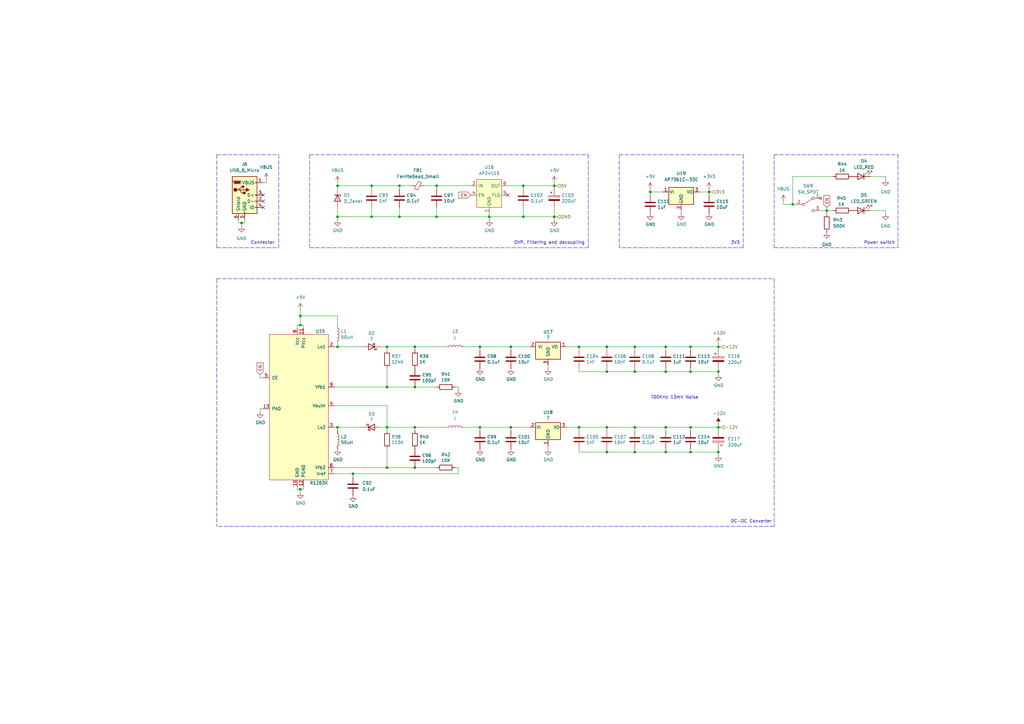
<source format=kicad_sch>
(kicad_sch (version 20211123) (generator eeschema)
  (paper "A3")
  (lib_symbols
    (symbol "Connector:USB_B_Micro" (pin_names (offset 1.016))
      (property "Reference" "J" (at -5.08 11.43 0))
      (property "Value" "USB_B_Micro" (at -5.08 8.89 0))
      (symbol "USB_B_Micro_0_1"
        (rectangle (start -5.08 -7.62) (end 5.08 7.62) (stroke (width 0.254)) (fill (type background)))
        (circle (center -3.81 2.159) (radius 0.635) (stroke (width 0.254)) (fill (type outline)))
        (circle (center -0.635 3.429) (radius 0.381) (stroke (width 0.254)) (fill (type outline)))
        (rectangle (start -0.127 -7.62) (end 0.127 -6.858))
        (polyline (pts (xy -1.905 2.159) (xy 0.635 2.159)) (stroke (width 0.254)))
        (polyline (pts (xy -3.175 2.159) (xy -2.54 2.159) (xy -1.27 3.429) (xy -0.635 3.429)) (stroke (width 0.254)))
        (polyline (pts (xy -2.54 2.159) (xy -1.905 2.159) (xy -1.27 0.889) (xy 0 0.889)) (stroke (width 0.254)))
        (polyline (pts (xy 0.635 2.794) (xy 0.635 1.524) (xy 1.905 2.159) (xy 0.635 2.794)) (stroke (width 0.254)) (fill (type outline)))
        (polyline (pts (xy -4.318 5.588) (xy -1.778 5.588) (xy -2.032 4.826) (xy -4.064 4.826) (xy -4.318 5.588)) (fill (type outline)))
        (polyline (pts (xy -4.699 5.842) (xy -4.699 5.588) (xy -4.445 4.826) (xy -4.445 4.572) (xy -1.651 4.572) (xy -1.651 4.826) (xy -1.397 5.588) (xy -1.397 5.842) (xy -4.699 5.842)))
        (rectangle (start 0.254 1.27) (end -0.508 0.508) (stroke (width 0.254)) (fill (type outline)))
        (rectangle (start 5.08 -5.207) (end 4.318 -4.953))
        (rectangle (start 5.08 -2.667) (end 4.318 -2.413))
        (rectangle (start 5.08 -0.127) (end 4.318 0.127))
        (rectangle (start 5.08 4.953) (end 4.318 5.207))
      )
      (symbol "USB_B_Micro_1_1"
        (pin power_out line (at 7.62 5.08 180) (length 2.54) (name "VBUS") (number "1"))
        (pin bidirectional line (at 7.62 -2.54 180) (length 2.54) (name "D-") (number "2"))
        (pin bidirectional line (at 7.62 0 180) (length 2.54) (name "D+") (number "3"))
        (pin passive line (at 7.62 -5.08 180) (length 2.54) (name "ID") (number "4"))
        (pin power_out line (at 0 -10.16 90) (length 2.54) (name "GND") (number "5"))
        (pin passive line (at -2.54 -10.16 90) (length 2.54) (name "Shield") (number "6"))
      )
    )
    (symbol "Custom:AP2411S"
      (property "Reference" "U" (at 0 8.89 0))
      (property "Value" "AP2411S" (at 0 6.35 0))
      (symbol "AP2411S_0_1"
        (rectangle (start -5.08 5.08) (end 5.08 -6.35) (fill (type background)))
      )
      (symbol "AP2411S_1_1"
        (pin power_in line (at 0 -8.89 90) (length 2.54) (name "GND") (number "1"))
        (pin power_in line (at -7.62 2.54 0) (length 2.54) (name "IN") (number "2"))
        (pin power_in line (at -7.62 2.54 0) (length 2.54) hide (name "IN") (number "3"))
        (pin input line (at -7.62 -1.27 0) (length 2.54) (name "EN") (number "4"))
        (pin output line (at 7.62 -1.27 180) (length 2.54) (name "FLG") (number "5"))
        (pin power_in line (at 7.62 2.54 180) (length 2.54) (name "OUT") (number "6"))
        (pin power_in line (at 7.62 2.54 180) (length 2.54) hide (name "OUT") (number "7"))
      )
    )
    (symbol "Device:C" (pin_numbers hide) (pin_names (offset 0.254))
      (property "Reference" "C" (at 0.635 2.54 0))
      (property "Value" "C" (at 0.635 -2.54 0))
      (symbol "C_0_1"
        (polyline (pts (xy -2.032 -0.762) (xy 2.032 -0.762)) (stroke (width 0.508)))
        (polyline (pts (xy -2.032 0.762) (xy 2.032 0.762)) (stroke (width 0.508)))
      )
      (symbol "C_1_1"
        (pin passive line (at 0 3.81 270) (length 2.794) (name "~") (number "1"))
        (pin passive line (at 0 -3.81 90) (length 2.794) (name "~") (number "2"))
      )
    )
    (symbol "Device:CP" (pin_numbers hide) (pin_names (offset 0.254))
      (property "Reference" "C" (at 0.635 2.54 0))
      (property "Value" "Device_CP" (at 0.635 -2.54 0))
      (symbol "CP_0_1"
        (rectangle (start -2.286 0.508) (end 2.286 1.016))
        (polyline (pts (xy -1.778 2.286) (xy -0.762 2.286)))
        (polyline (pts (xy -1.27 2.794) (xy -1.27 1.778)))
        (rectangle (start 2.286 -0.508) (end -2.286 -1.016) (fill (type outline)))
      )
      (symbol "CP_1_1"
        (pin passive line (at 0 3.81 270) (length 2.794) (name "~") (number "1"))
        (pin passive line (at 0 -3.81 90) (length 2.794) (name "~") (number "2"))
      )
    )
    (symbol "Device:C_Polarized" (pin_numbers hide) (pin_names (offset 0.254))
      (property "Reference" "C" (at 0.635 2.54 0))
      (property "Value" "C_Polarized" (at 0.635 -2.54 0))
      (symbol "C_Polarized_0_1"
        (rectangle (start -2.286 0.508) (end 2.286 1.016))
        (polyline (pts (xy -1.778 2.286) (xy -0.762 2.286)))
        (polyline (pts (xy -1.27 2.794) (xy -1.27 1.778)))
        (rectangle (start 2.286 -0.508) (end -2.286 -1.016) (fill (type outline)))
      )
      (symbol "C_Polarized_1_1"
        (pin passive line (at 0 3.81 270) (length 2.794) (name "~") (number "1"))
        (pin passive line (at 0 -3.81 90) (length 2.794) (name "~") (number "2"))
      )
    )
    (symbol "Device:D_Schottky" (pin_numbers hide) (pin_names (offset 1.016) hide)
      (property "Reference" "D" (at 0 2.54 0))
      (property "Value" "D_Schottky" (at 0 -2.54 0))
      (symbol "D_Schottky_0_1"
        (polyline (pts (xy 1.27 0) (xy -1.27 0)))
        (polyline (pts (xy 1.27 1.27) (xy 1.27 -1.27) (xy -1.27 0) (xy 1.27 1.27)) (stroke (width 0.254)))
        (polyline (pts (xy -1.905 0.635) (xy -1.905 1.27) (xy -1.27 1.27) (xy -1.27 -1.27) (xy -0.635 -1.27) (xy -0.635 -0.635)) (stroke (width 0.254)))
      )
      (symbol "D_Schottky_1_1"
        (pin passive line (at -3.81 0 0) (length 2.54) (name "K") (number "1"))
        (pin passive line (at 3.81 0 180) (length 2.54) (name "A") (number "2"))
      )
    )
    (symbol "Device:D_Zener" (pin_numbers hide) (pin_names (offset 1.016) hide)
      (property "Reference" "D" (at 0 2.54 0))
      (property "Value" "D_Zener" (at 0 -2.54 0))
      (symbol "D_Zener_0_1"
        (polyline (pts (xy 1.27 0) (xy -1.27 0)))
        (polyline (pts (xy -1.27 -1.27) (xy -1.27 1.27) (xy -0.762 1.27)) (stroke (width 0.254)))
        (polyline (pts (xy 1.27 -1.27) (xy 1.27 1.27) (xy -1.27 0) (xy 1.27 -1.27)) (stroke (width 0.254)))
      )
      (symbol "D_Zener_1_1"
        (pin passive line (at -3.81 0 0) (length 2.54) (name "K") (number "1"))
        (pin passive line (at 3.81 0 180) (length 2.54) (name "A") (number "2"))
      )
    )
    (symbol "Device:FerriteBead_Small" (pin_numbers hide) (pin_names (offset 0))
      (property "Reference" "FB" (at 1.905 1.27 0))
      (property "Value" "FerriteBead_Small" (at 1.905 -1.27 0))
      (symbol "FerriteBead_Small_0_1"
        (polyline (pts (xy 0 -1.27) (xy 0 -0.7874)))
        (polyline (pts (xy 0 0.889) (xy 0 1.2954)))
        (polyline (pts (xy -1.8288 0.2794) (xy -1.1176 1.4986) (xy 1.8288 -0.2032) (xy 1.1176 -1.4224) (xy -1.8288 0.2794)))
      )
      (symbol "FerriteBead_Small_1_1"
        (pin passive line (at 0 2.54 270) (length 1.27) (name "~") (number "1"))
        (pin passive line (at 0 -2.54 90) (length 1.27) (name "~") (number "2"))
      )
    )
    (symbol "Device:L" (pin_numbers hide) (pin_names (offset 1.016) hide)
      (property "Reference" "L" (at -1.27 0 90))
      (property "Value" "L" (at 1.905 0 90))
      (symbol "L_0_1"
        (arc (start 0 -2.54) (mid 0.635 -1.905) (end 0 -1.27))
        (arc (start 0 -1.27) (mid 0.635 -0.635) (end 0 0))
        (arc (start 0 0) (mid 0.635 0.635) (end 0 1.27))
        (arc (start 0 1.27) (mid 0.635 1.905) (end 0 2.54))
      )
      (symbol "L_1_1"
        (pin passive line (at 0 3.81 270) (length 1.27) (name "1") (number "1"))
        (pin passive line (at 0 -3.81 90) (length 1.27) (name "2") (number "2"))
      )
    )
    (symbol "Device:LED" (pin_numbers hide) (pin_names (offset 1.016) hide)
      (property "Reference" "D" (at 0 2.54 0))
      (property "Value" "LED" (at 0 -2.54 0))
      (symbol "LED_0_1"
        (polyline (pts (xy -1.27 -1.27) (xy -1.27 1.27)) (stroke (width 0.254)))
        (polyline (pts (xy -1.27 0) (xy 1.27 0)))
        (polyline (pts (xy 1.27 -1.27) (xy 1.27 1.27) (xy -1.27 0) (xy 1.27 -1.27)) (stroke (width 0.254)))
        (polyline (pts (xy -3.048 -0.762) (xy -4.572 -2.286) (xy -3.81 -2.286) (xy -4.572 -2.286) (xy -4.572 -1.524)))
        (polyline (pts (xy -1.778 -0.762) (xy -3.302 -2.286) (xy -2.54 -2.286) (xy -3.302 -2.286) (xy -3.302 -1.524)))
      )
      (symbol "LED_1_1"
        (pin passive line (at -3.81 0 0) (length 2.54) (name "K") (number "1"))
        (pin passive line (at 3.81 0 180) (length 2.54) (name "A") (number "2"))
      )
    )
    (symbol "Device:R" (pin_numbers hide) (pin_names (offset 0))
      (property "Reference" "R" (at 2.032 0 90))
      (property "Value" "R" (at 0 0 90))
      (symbol "R_0_1"
        (rectangle (start -1.016 -2.54) (end 1.016 2.54) (stroke (width 0.254)))
      )
      (symbol "R_1_1"
        (pin passive line (at 0 3.81 270) (length 1.27) (name "~") (number "1"))
        (pin passive line (at 0 -3.81 90) (length 1.27) (name "~") (number "2"))
      )
    )
    (symbol "Regulator_Linear:AP7361C-33E" (pin_names (offset 0.254))
      (property "Reference" "U" (at -3.81 3.175 0))
      (property "Value" "AP7361C-33E" (at 0 3.175 0))
      (symbol "AP7361C-33E_0_1"
        (rectangle (start -5.08 -5.08) (end 5.08 1.905) (stroke (width 0.254)) (fill (type background)))
      )
      (symbol "AP7361C-33E_1_1"
        (pin power_in line (at -7.62 0 0) (length 2.54) (name "VI") (number "1"))
        (pin power_in line (at 0 -7.62 90) (length 2.54) (name "GND") (number "2"))
        (pin power_out line (at 7.62 0 180) (length 2.54) (name "VO") (number "3"))
      )
    )
    (symbol "Regulator_Linear:MC79M12_TO252" (pin_names (offset 0.254))
      (property "Reference" "U" (at -3.81 -3.175 0))
      (property "Value" "MC79M12_TO252" (at 0 -3.175 0))
      (symbol "MC79M12_TO252_0_1"
        (rectangle (start -5.08 5.08) (end 5.08 -1.905) (stroke (width 0.254)) (fill (type background)))
      )
      (symbol "MC79M12_TO252_1_1"
        (pin power_in line (at 0 7.62 270) (length 2.54) (name "GND") (number "1"))
        (pin power_in line (at -7.62 0 0) (length 2.54) (name "VI") (number "2"))
        (pin power_out line (at 7.62 0 180) (length 2.54) (name "VO") (number "3"))
      )
    )
    (symbol "Regulator_Linear:TLV760" (pin_names (offset 1.016))
      (property "Reference" "U" (at 0 7.62 0))
      (property "Value" "Regulator_Linear_TLV760" (at 0 5.08 0))
      (symbol "TLV760_1_1"
        (rectangle (start -5.08 3.81) (end 5.08 -3.175) (stroke (width 0.254)) (fill (type background)))
        (pin power_out line (at 7.62 1.905 180) (length 2.54) (name "VO") (number "1"))
        (pin power_in line (at -7.62 1.905 0) (length 2.54) (name "VI") (number "2"))
        (pin power_in line (at 0 -5.715 90) (length 2.54) (name "GND") (number "3"))
      )
    )
    (symbol "Regulator_Switching:R1283K" (pin_names (offset 1.016))
      (property "Reference" "U" (at 7.62 16.51 0))
      (property "Value" "Regulator_Switching_R1283K" (at 7.62 -45.72 0))
      (symbol "R1283K_0_1"
        (rectangle (start -12.7 15.24) (end 11.43 -44.45) (fill (type background)))
      )
      (symbol "R1283K_1_1"
        (pin no_connect line (at -15.24 6.35 0) (length 2.54) hide (name "NC") (number "1"))
        (pin power_in line (at -1.27 -46.99 90) (length 2.54) (name "GND") (number "10"))
        (pin power_in line (at 1.27 17.78 270) (length 2.54) (name "PVcc") (number "11"))
        (pin power_in line (at 1.27 -46.99 90) (length 2.54) (name "PGND") (number "12"))
        (pin power_in line (at -15.24 -15.24 0) (length 2.54) (name "PAD") (number "13"))
        (pin power_out line (at 13.97 10.16 180) (length 2.54) (name "Lx1") (number "2"))
        (pin power_out line (at 13.97 -22.86 180) (length 2.54) (name "Lx2") (number "3"))
        (pin passive line (at 13.97 -13.97 180) (length 2.54) (name "Voutn") (number "4"))
        (pin input line (at -15.24 -2.54 0) (length 2.54) (name "CE") (number "5"))
        (pin passive line (at 13.97 -39.37 180) (length 2.54) (name "Vfb2") (number "6"))
        (pin passive line (at 13.97 -41.91 180) (length 2.54) (name "Vref") (number "7"))
        (pin power_in line (at -1.27 17.78 270) (length 2.54) (name "Vcc") (number "8"))
        (pin input line (at 13.97 -6.35 180) (length 2.54) (name "Vfb1") (number "9"))
      )
    )
    (symbol "Switch:SW_SPDT" (pin_names (offset 0) hide)
      (property "Reference" "SW" (at 0 4.318 0))
      (property "Value" "SW_SPDT" (at 0 -5.08 0))
      (symbol "SW_SPDT_0_0"
        (circle (center -2.032 0) (radius 0.508))
        (circle (center 2.032 -2.54) (radius 0.508))
      )
      (symbol "SW_SPDT_0_1"
        (polyline (pts (xy -1.524 0.254) (xy 1.651 2.286)))
        (circle (center 2.032 2.54) (radius 0.508))
      )
      (symbol "SW_SPDT_1_1"
        (pin passive line (at 5.08 2.54 180) (length 2.54) (name "A") (number "1"))
        (pin passive line (at -5.08 0 0) (length 2.54) (name "B") (number "2"))
        (pin passive line (at 5.08 -2.54 180) (length 2.54) (name "C") (number "3"))
      )
    )
    (symbol "power:+12V" (power) (pin_names (offset 0))
      (property "Value" "+12V" (at 0 3.556 0))
      (symbol "+12V_0_1"
        (polyline (pts (xy -0.762 1.27) (xy 0 2.54)))
        (polyline (pts (xy 0 0) (xy 0 2.54)))
        (polyline (pts (xy 0 2.54) (xy 0.762 1.27)))
      )
      (symbol "+12V_1_1"
        (pin power_in line (at 0 0 90) (length 0) hide (name "+12V") (number "1"))
      )
    )
    (symbol "power:+3V3" (power) (pin_names (offset 0))
      (property "Value" "+3V3" (at 0 3.556 0))
      (symbol "+3V3_0_1"
        (polyline (pts (xy -0.762 1.27) (xy 0 2.54)))
        (polyline (pts (xy 0 0) (xy 0 2.54)))
        (polyline (pts (xy 0 2.54) (xy 0.762 1.27)))
      )
      (symbol "+3V3_1_1"
        (pin power_in line (at 0 0 90) (length 0) hide (name "+3V3") (number "1"))
      )
    )
    (symbol "power:+5V" (power) (pin_names (offset 0))
      (property "Value" "+5V" (at 0 3.556 0))
      (symbol "+5V_0_1"
        (polyline (pts (xy -0.762 1.27) (xy 0 2.54)))
        (polyline (pts (xy 0 0) (xy 0 2.54)))
        (polyline (pts (xy 0 2.54) (xy 0.762 1.27)))
      )
      (symbol "+5V_1_1"
        (pin power_in line (at 0 0 90) (length 0) hide (name "+5V") (number "1"))
      )
    )
    (symbol "power:-12V" (power) (pin_names (offset 0))
      (property "Value" "-12V" (at 0 3.81 0))
      (symbol "-12V_0_0"
        (pin power_in line (at 0 0 90) (length 0) hide (name "-12V") (number "1"))
      )
      (symbol "-12V_0_1"
        (polyline (pts (xy 0 0) (xy 0 1.27) (xy 0.762 1.27) (xy 0 2.54) (xy -0.762 1.27) (xy 0 1.27)) (fill (type outline)))
      )
    )
    (symbol "power:GND" (power) (pin_names (offset 0))
      (property "Value" "GND" (at 0 -3.81 0))
      (symbol "GND_0_1"
        (polyline (pts (xy 0 0) (xy 0 -1.27) (xy 1.27 -1.27) (xy 0 -2.54) (xy -1.27 -1.27) (xy 0 -1.27)))
      )
      (symbol "GND_1_1"
        (pin power_in line (at 0 0 270) (length 0) hide (name "GND") (number "1"))
      )
    )
    (symbol "power:VBUS" (power) (pin_names (offset 0))
      (property "Value" "VBUS" (at 0 3.81 0))
      (symbol "VBUS_0_1"
        (polyline (pts (xy -0.762 1.27) (xy 0 2.54)))
        (polyline (pts (xy 0 0) (xy 0 2.54)))
        (polyline (pts (xy 0 2.54) (xy 0.762 1.27)))
      )
      (symbol "VBUS_1_1"
        (pin power_in line (at 0 0 90) (length 0) hide (name "VBUS") (number "1"))
      )
    )
  )
  (junction (at 138.43 88.9))
  (junction (at 138.43 175.26))
  (junction (at 339.09 86.36))
  (junction (at 283.21 185.42))
  (junction (at 273.05 142.24))
  (junction (at 123.19 133.35))
  (junction (at 273.05 152.4))
  (junction (at 196.85 175.26))
  (junction (at 99.06 91.44))
  (junction (at 283.21 142.24))
  (junction (at 152.4 76.2))
  (junction (at 170.18 175.26))
  (junction (at 123.19 129.54))
  (junction (at 294.64 142.24))
  (junction (at 179.07 88.9))
  (junction (at 158.75 142.24))
  (junction (at 266.7 78.74))
  (junction (at 283.21 152.4))
  (junction (at 144.78 194.31))
  (junction (at 209.55 142.24))
  (junction (at 170.18 142.24))
  (junction (at 209.55 175.26))
  (junction (at 294.64 175.26))
  (junction (at 260.35 152.4))
  (junction (at 163.83 76.2))
  (junction (at 196.85 142.24))
  (junction (at 290.83 78.74))
  (junction (at 248.92 185.42))
  (junction (at 294.64 152.4))
  (junction (at 325.12 83.82))
  (junction (at 227.33 88.9))
  (junction (at 260.35 185.42))
  (junction (at 179.07 76.2))
  (junction (at 248.92 152.4))
  (junction (at 200.66 88.9))
  (junction (at 214.63 88.9))
  (junction (at 123.19 200.66))
  (junction (at 237.49 175.26))
  (junction (at 158.75 158.75))
  (junction (at 248.92 175.26))
  (junction (at 273.05 175.26))
  (junction (at 283.21 175.26))
  (junction (at 294.64 185.42))
  (junction (at 158.75 191.77))
  (junction (at 138.43 76.2))
  (junction (at 273.05 185.42))
  (junction (at 163.83 88.9))
  (junction (at 214.63 76.2))
  (junction (at 152.4 88.9))
  (junction (at 170.18 191.77))
  (junction (at 260.35 175.26))
  (junction (at 158.75 175.26))
  (junction (at 248.92 142.24))
  (junction (at 237.49 142.24))
  (junction (at 260.35 142.24))
  (junction (at 227.33 76.2))
  (junction (at 170.18 158.75))
  (junction (at 138.43 142.24))
  (no_connect (at 107.95 85.09))
  (no_connect (at 107.95 80.01))
  (no_connect (at 107.95 82.55))
  (no_connect (at 336.55 81.28))
  (no_connect (at 208.28 80.01))
  (polyline (pts (xy 88.9 114.3) (xy 317.5 114.3)))
  (wire (pts (xy 138.43 85.09) (xy 138.43 88.9)))
  (wire (pts (xy 179.07 191.77) (xy 170.18 191.77)))
  (wire (pts (xy 227.33 74.93) (xy 227.33 76.2)))
  (wire (pts (xy 137.16 158.75) (xy 158.75 158.75)))
  (wire (pts (xy 107.95 167.64) (xy 106.68 167.64)))
  (wire (pts (xy 294.64 175.26) (xy 295.91 175.26)))
  (wire (pts (xy 156.21 142.24) (xy 158.75 142.24)))
  (polyline (pts (xy 190.5 101.6) (xy 127 101.6)))
  (wire (pts (xy 279.4 86.36) (xy 279.4 87.63)))
  (wire (pts (xy 196.85 175.26) (xy 196.85 176.53)))
  (wire (pts (xy 209.55 142.24) (xy 217.17 142.24)))
  (wire (pts (xy 214.63 85.09) (xy 214.63 88.9)))
  (wire (pts (xy 187.96 158.75) (xy 186.69 158.75)))
  (wire (pts (xy 179.07 76.2) (xy 179.07 77.47)))
  (wire (pts (xy 227.33 85.09) (xy 227.33 88.9)))
  (wire (pts (xy 339.09 86.36) (xy 339.09 87.63)))
  (wire (pts (xy 283.21 185.42) (xy 294.64 185.42)))
  (wire (pts (xy 170.18 142.24) (xy 182.88 142.24)))
  (wire (pts (xy 266.7 78.74) (xy 266.7 80.01)))
  (wire (pts (xy 294.64 185.42) (xy 294.64 184.15)))
  (wire (pts (xy 283.21 152.4) (xy 294.64 152.4)))
  (wire (pts (xy 283.21 175.26) (xy 294.64 175.26)))
  (wire (pts (xy 214.63 76.2) (xy 214.63 77.47)))
  (wire (pts (xy 227.33 90.17) (xy 227.33 88.9)))
  (wire (pts (xy 158.75 191.77) (xy 158.75 184.15)))
  (wire (pts (xy 294.64 142.24) (xy 295.91 142.24)))
  (wire (pts (xy 170.18 142.24) (xy 170.18 143.51)))
  (polyline (pts (xy 88.9 63.5) (xy 114.3 63.5)))
  (wire (pts (xy 158.75 175.26) (xy 158.75 176.53)))
  (wire (pts (xy 123.19 133.35) (xy 124.46 133.35)))
  (wire (pts (xy 158.75 142.24) (xy 170.18 142.24)))
  (wire (pts (xy 260.35 142.24) (xy 273.05 142.24)))
  (wire (pts (xy 248.92 152.4) (xy 260.35 152.4)))
  (wire (pts (xy 138.43 76.2) (xy 152.4 76.2)))
  (wire (pts (xy 237.49 151.13) (xy 237.49 152.4)))
  (wire (pts (xy 214.63 88.9) (xy 227.33 88.9)))
  (polyline (pts (xy 88.9 63.5) (xy 88.9 101.6)))
  (wire (pts (xy 237.49 142.24) (xy 237.49 143.51)))
  (wire (pts (xy 232.41 175.26) (xy 237.49 175.26)))
  (wire (pts (xy 321.31 83.82) (xy 325.12 83.82)))
  (wire (pts (xy 158.75 158.75) (xy 170.18 158.75)))
  (wire (pts (xy 209.55 176.53) (xy 209.55 175.26)))
  (wire (pts (xy 273.05 142.24) (xy 273.05 143.51)))
  (wire (pts (xy 283.21 142.24) (xy 283.21 143.51)))
  (wire (pts (xy 123.19 133.35) (xy 121.92 133.35)))
  (wire (pts (xy 294.64 186.69) (xy 294.64 185.42)))
  (wire (pts (xy 196.85 142.24) (xy 209.55 142.24)))
  (wire (pts (xy 179.07 88.9) (xy 200.66 88.9)))
  (wire (pts (xy 163.83 76.2) (xy 163.83 77.47)))
  (wire (pts (xy 163.83 88.9) (xy 179.07 88.9)))
  (wire (pts (xy 248.92 151.13) (xy 248.92 152.4)))
  (wire (pts (xy 248.92 185.42) (xy 260.35 185.42)))
  (polyline (pts (xy 127 63.5) (xy 190.5 63.5)))
  (wire (pts (xy 99.06 91.44) (xy 99.06 92.71)))
  (wire (pts (xy 356.87 72.39) (xy 363.22 72.39)))
  (wire (pts (xy 260.35 151.13) (xy 260.35 152.4)))
  (wire (pts (xy 356.87 86.36) (xy 363.22 86.36)))
  (polyline (pts (xy 88.9 114.3) (xy 88.9 215.9)))
  (wire (pts (xy 237.49 175.26) (xy 237.49 176.53)))
  (wire (pts (xy 294.64 143.51) (xy 294.64 142.24)))
  (wire (pts (xy 144.78 194.31) (xy 144.78 195.58)))
  (wire (pts (xy 123.19 200.66) (xy 124.46 200.66)))
  (wire (pts (xy 109.22 73.66) (xy 109.22 74.93)))
  (wire (pts (xy 363.22 86.36) (xy 363.22 87.63)))
  (polyline (pts (xy 241.3 101.6) (xy 190.5 101.6)))
  (wire (pts (xy 124.46 200.66) (xy 124.46 199.39)))
  (wire (pts (xy 339.09 86.36) (xy 341.63 86.36)))
  (wire (pts (xy 260.35 142.24) (xy 260.35 143.51)))
  (wire (pts (xy 237.49 175.26) (xy 248.92 175.26)))
  (wire (pts (xy 283.21 175.26) (xy 283.21 176.53)))
  (wire (pts (xy 290.83 78.74) (xy 290.83 80.01)))
  (wire (pts (xy 137.16 175.26) (xy 138.43 175.26)))
  (wire (pts (xy 138.43 74.93) (xy 138.43 76.2)))
  (wire (pts (xy 138.43 88.9) (xy 138.43 90.17)))
  (wire (pts (xy 190.5 142.24) (xy 196.85 142.24)))
  (wire (pts (xy 227.33 76.2) (xy 227.33 77.47)))
  (wire (pts (xy 123.19 129.54) (xy 138.43 129.54)))
  (wire (pts (xy 163.83 76.2) (xy 168.91 76.2)))
  (wire (pts (xy 170.18 175.26) (xy 182.88 175.26)))
  (wire (pts (xy 158.75 166.37) (xy 158.75 175.26)))
  (wire (pts (xy 106.68 154.94) (xy 107.95 154.94)))
  (wire (pts (xy 137.16 191.77) (xy 158.75 191.77)))
  (polyline (pts (xy 317.5 215.9) (xy 88.9 215.9)))
  (wire (pts (xy 152.4 85.09) (xy 152.4 88.9)))
  (wire (pts (xy 121.92 199.39) (xy 121.92 200.66)))
  (wire (pts (xy 138.43 76.2) (xy 138.43 77.47)))
  (wire (pts (xy 283.21 142.24) (xy 294.64 142.24)))
  (wire (pts (xy 196.85 175.26) (xy 209.55 175.26)))
  (wire (pts (xy 152.4 76.2) (xy 152.4 77.47)))
  (wire (pts (xy 138.43 142.24) (xy 148.59 142.24)))
  (wire (pts (xy 237.49 184.15) (xy 237.49 185.42)))
  (wire (pts (xy 287.02 78.74) (xy 290.83 78.74)))
  (wire (pts (xy 325.12 83.82) (xy 326.39 83.82)))
  (wire (pts (xy 321.31 82.55) (xy 321.31 83.82)))
  (polyline (pts (xy 114.3 63.5) (xy 114.3 101.6)))
  (polyline (pts (xy 190.5 63.5) (xy 241.3 63.5)))
  (wire (pts (xy 294.64 142.24) (xy 294.64 140.97)))
  (wire (pts (xy 214.63 76.2) (xy 227.33 76.2)))
  (wire (pts (xy 163.83 85.09) (xy 163.83 88.9)))
  (wire (pts (xy 138.43 88.9) (xy 152.4 88.9)))
  (wire (pts (xy 158.75 175.26) (xy 170.18 175.26)))
  (wire (pts (xy 158.75 158.75) (xy 158.75 151.13)))
  (wire (pts (xy 179.07 85.09) (xy 179.07 88.9)))
  (wire (pts (xy 260.35 184.15) (xy 260.35 185.42)))
  (polyline (pts (xy 241.3 63.5) (xy 241.3 101.6)))
  (wire (pts (xy 283.21 184.15) (xy 283.21 185.42)))
  (wire (pts (xy 248.92 184.15) (xy 248.92 185.42)))
  (wire (pts (xy 187.96 160.02) (xy 187.96 158.75)))
  (wire (pts (xy 283.21 151.13) (xy 283.21 152.4)))
  (wire (pts (xy 137.16 166.37) (xy 158.75 166.37)))
  (wire (pts (xy 325.12 72.39) (xy 325.12 83.82)))
  (wire (pts (xy 97.79 91.44) (xy 99.06 91.44)))
  (wire (pts (xy 138.43 175.26) (xy 148.59 175.26)))
  (wire (pts (xy 208.28 76.2) (xy 214.63 76.2)))
  (wire (pts (xy 106.68 167.64) (xy 106.68 168.91)))
  (wire (pts (xy 121.92 133.35) (xy 121.92 134.62)))
  (wire (pts (xy 294.64 176.53) (xy 294.64 175.26)))
  (wire (pts (xy 138.43 142.24) (xy 138.43 140.97)))
  (wire (pts (xy 248.92 142.24) (xy 260.35 142.24)))
  (wire (pts (xy 156.21 175.26) (xy 158.75 175.26)))
  (wire (pts (xy 209.55 175.26) (xy 217.17 175.26)))
  (wire (pts (xy 200.66 90.17) (xy 200.66 88.9)))
  (wire (pts (xy 273.05 175.26) (xy 273.05 176.53)))
  (wire (pts (xy 260.35 152.4) (xy 273.05 152.4)))
  (wire (pts (xy 144.78 194.31) (xy 187.96 194.31)))
  (wire (pts (xy 179.07 158.75) (xy 170.18 158.75)))
  (wire (pts (xy 138.43 129.54) (xy 138.43 133.35)))
  (wire (pts (xy 190.5 175.26) (xy 196.85 175.26)))
  (polyline (pts (xy 317.5 101.6) (xy 368.3 101.6)))
  (wire (pts (xy 248.92 142.24) (xy 248.92 143.51)))
  (wire (pts (xy 173.99 76.2) (xy 179.07 76.2)))
  (wire (pts (xy 237.49 152.4) (xy 248.92 152.4)))
  (wire (pts (xy 137.16 142.24) (xy 138.43 142.24)))
  (polyline (pts (xy 88.9 101.6) (xy 114.3 101.6)))
  (wire (pts (xy 273.05 185.42) (xy 283.21 185.42)))
  (wire (pts (xy 237.49 185.42) (xy 248.92 185.42)))
  (wire (pts (xy 109.22 74.93) (xy 107.95 74.93)))
  (wire (pts (xy 294.64 175.26) (xy 294.64 173.99)))
  (wire (pts (xy 106.68 153.67) (xy 106.68 154.94)))
  (polyline (pts (xy 317.5 63.5) (xy 368.3 63.5)))
  (wire (pts (xy 273.05 142.24) (xy 283.21 142.24)))
  (wire (pts (xy 273.05 184.15) (xy 273.05 185.42)))
  (wire (pts (xy 224.79 184.15) (xy 224.79 182.88)))
  (polyline (pts (xy 127 63.5) (xy 127 101.6)))
  (wire (pts (xy 260.35 175.26) (xy 260.35 176.53)))
  (wire (pts (xy 97.79 90.17) (xy 97.79 91.44)))
  (wire (pts (xy 290.83 78.74) (xy 292.1 78.74)))
  (polyline (pts (xy 304.8 63.5) (xy 304.8 101.6)))
  (wire (pts (xy 123.19 129.54) (xy 123.19 127)))
  (wire (pts (xy 152.4 76.2) (xy 163.83 76.2)))
  (wire (pts (xy 273.05 175.26) (xy 283.21 175.26)))
  (wire (pts (xy 273.05 151.13) (xy 273.05 152.4)))
  (wire (pts (xy 138.43 176.53) (xy 138.43 175.26)))
  (wire (pts (xy 266.7 77.47) (xy 266.7 78.74)))
  (wire (pts (xy 227.33 76.2) (xy 228.6 76.2)))
  (wire (pts (xy 237.49 142.24) (xy 248.92 142.24)))
  (wire (pts (xy 248.92 175.26) (xy 248.92 176.53)))
  (wire (pts (xy 209.55 143.51) (xy 209.55 142.24)))
  (wire (pts (xy 363.22 72.39) (xy 363.22 73.66)))
  (wire (pts (xy 290.83 77.47) (xy 290.83 78.74)))
  (wire (pts (xy 248.92 175.26) (xy 260.35 175.26)))
  (wire (pts (xy 196.85 142.24) (xy 196.85 143.51)))
  (wire (pts (xy 121.92 200.66) (xy 123.19 200.66)))
  (wire (pts (xy 341.63 72.39) (xy 325.12 72.39)))
  (wire (pts (xy 124.46 133.35) (xy 124.46 134.62)))
  (polyline (pts (xy 317.5 63.5) (xy 317.5 101.6)))
  (polyline (pts (xy 254 63.5) (xy 254 101.6)))
  (wire (pts (xy 294.64 153.67) (xy 294.64 152.4)))
  (wire (pts (xy 179.07 76.2) (xy 193.04 76.2)))
  (polyline (pts (xy 368.3 101.6) (xy 368.3 63.5)))
  (wire (pts (xy 123.19 129.54) (xy 123.19 133.35)))
  (wire (pts (xy 137.16 194.31) (xy 144.78 194.31)))
  (wire (pts (xy 99.06 91.44) (xy 100.33 91.44)))
  (wire (pts (xy 152.4 88.9) (xy 163.83 88.9)))
  (wire (pts (xy 336.55 86.36) (xy 339.09 86.36)))
  (polyline (pts (xy 317.5 114.3) (xy 317.5 215.9)))
  (wire (pts (xy 200.66 88.9) (xy 200.66 87.63)))
  (wire (pts (xy 187.96 191.77) (xy 187.96 194.31)))
  (wire (pts (xy 170.18 175.26) (xy 170.18 176.53)))
  (wire (pts (xy 158.75 142.24) (xy 158.75 143.51)))
  (wire (pts (xy 158.75 191.77) (xy 170.18 191.77)))
  (wire (pts (xy 123.19 200.66) (xy 123.19 201.93)))
  (wire (pts (xy 227.33 88.9) (xy 228.6 88.9)))
  (wire (pts (xy 187.96 191.77) (xy 186.69 191.77)))
  (polyline (pts (xy 304.8 101.6) (xy 254 101.6)))
  (wire (pts (xy 294.64 152.4) (xy 294.64 151.13)))
  (wire (pts (xy 260.35 175.26) (xy 273.05 175.26)))
  (wire (pts (xy 266.7 78.74) (xy 271.78 78.74)))
  (wire (pts (xy 260.35 185.42) (xy 273.05 185.42)))
  (wire (pts (xy 200.66 88.9) (xy 214.63 88.9)))
  (wire (pts (xy 232.41 142.24) (xy 237.49 142.24)))
  (wire (pts (xy 100.33 91.44) (xy 100.33 90.17)))
  (wire (pts (xy 273.05 152.4) (xy 283.21 152.4)))
  (wire (pts (xy 339.09 85.09) (xy 339.09 86.36)))
  (polyline (pts (xy 254 63.5) (xy 304.8 63.5)))
  (wire (pts (xy 224.79 149.86) (xy 224.79 151.13)))
  (text "OVP, Filtering and decoupling" (at 210.82 100.33 0) (effects (font (size 1.27 1.27)) (justify left bottom)))
  (text "DC-DC Converter" (at 299.72 214.63 0) (effects (font (size 1.27 1.27)) (justify left bottom)))
  (text "3V3" (at 299.72 100.33 0) (effects (font (size 1.27 1.27)) (justify left bottom)))
  (text "700KHz 13mV Noise" (at 266.7 163.83 0) (effects (font (size 1.27 1.27)) (justify left bottom)))
  (text "Power switch" (at 354.33 100.33 0) (effects (font (size 1.27 1.27)) (justify left bottom)))
  (text "Connector" (at 102.87 100.33 0) (effects (font (size 1.27 1.27)) (justify left bottom)))
  (global_label "EN" (shape input) (at 106.68 153.67 90) (property "Intersheet References" "${INTERSHEET_REFS}" (effects hide)))
  (global_label "EN" (shape input) (at 339.09 85.09 90) (property "Intersheet References" "${INTERSHEET_REFS}" (effects hide)))
  (global_label "EN" (shape input) (at 193.04 80.01 180) (property "Intersheet References" "${INTERSHEET_REFS}" (effects hide)))
  (hierarchical_label "3V3" (shape input) (at 292.1 78.74 0))
  (hierarchical_label "+12V" (shape input) (at 295.91 142.24 0))
  (hierarchical_label "5V" (shape input) (at 228.6 76.2 0))
  (hierarchical_label "GND" (shape input) (at 228.6 88.9 0))
  (hierarchical_label "-12V" (shape input) (at 295.91 175.26 0))
  (symbol (lib_id "Regulator_Switching:R1283K") (at 123.19 152.4 0) (unit 1)
    (property "Reference" "U15" (at 133.35 135.89 0) (effects (justify right)))
    (property "Value" "R1283K" (at 134.62 198.12 0) (effects (justify right)))
    (property "Footprint" "Package_DFN_QFN:DFN-12-1EP_3x3mm_P0.5mm_EP2.05x2.86mm" (effects hide))
  )
  (symbol (lib_id "power:GND") (at 123.19 201.93 0) (unit 1)
    (property "Reference" "#PWR0200" (effects hide))
    (property "Value" "GND" (at 123.317 206.3242 0))
  )
  (symbol (lib_id "Device:L") (at 138.43 137.16 0) (unit 1)
    (property "Reference" "L1" (at 139.7762 135.9916 0) (effects (justify left)))
    (property "Value" "50uH" (at 139.7762 138.303 0) (effects (justify left)))
    (property "Footprint" "Inductor_SMD:L_Taiyo-Yuden_NR-50xx" (effects hide))
  )
  (symbol (lib_id "Device:D_Schottky") (at 152.4 142.24 180) (unit 1)
    (property "Reference" "D2" (at 152.4 136.7282 0))
    (property "Value" "?" (at 152.4 139.0396 0))
    (property "Footprint" "Diode_SMD:D_SOD-123F" (effects hide))
  )
  (symbol (lib_id "Device:R") (at 158.75 147.32 0) (unit 1)
    (property "Reference" "R37" (at 160.528 146.1516 0) (effects (justify left)))
    (property "Value" "124K" (at 160.528 148.463 0) (effects (justify left)))
    (property "Footprint" "Resistor_SMD:R_0805_2012Metric" (effects hide))
  )
  (symbol (lib_id "Device:R") (at 170.18 147.32 0) (unit 1)
    (property "Reference" "R39" (at 171.958 146.1516 0) (effects (justify left)))
    (property "Value" "1K" (at 171.958 148.463 0) (effects (justify left)))
    (property "Footprint" "Resistor_SMD:R_0805_2012Metric" (effects hide))
  )
  (symbol (lib_id "Device:C") (at 170.18 154.94 0) (unit 1)
    (property "Reference" "C95" (at 173.101 153.7716 0) (effects (justify left)))
    (property "Value" "100pF" (at 173.101 156.083 0) (effects (justify left)))
    (property "Footprint" "Capacitor_SMD:C_0805_2012Metric" (effects hide))
  )
  (symbol (lib_id "Device:R") (at 182.88 158.75 270) (unit 1)
    (property "Reference" "R41" (at 182.88 153.4922 90))
    (property "Value" "10K" (at 182.88 155.8036 90))
    (property "Footprint" "Resistor_SMD:R_0805_2012Metric" (effects hide))
  )
  (symbol (lib_id "power:GND") (at 187.96 160.02 0) (unit 1)
    (property "Reference" "#PWR0205" (effects hide))
    (property "Value" "GND" (at 188.087 164.4142 0))
  )
  (symbol (lib_id "Device:L") (at 138.43 180.34 0) (unit 1)
    (property "Reference" "L2" (at 139.7762 179.1716 0) (effects (justify left)))
    (property "Value" "50uH" (at 139.7762 181.483 0) (effects (justify left)))
    (property "Footprint" "Inductor_SMD:L_Taiyo-Yuden_NR-50xx" (effects hide))
  )
  (symbol (lib_id "Device:D_Schottky") (at 152.4 175.26 0) (unit 1)
    (property "Reference" "D3" (at 152.4 169.7482 0))
    (property "Value" "?" (at 152.4 172.0596 0))
    (property "Footprint" "Diode_SMD:D_SOD-123F" (effects hide))
  )
  (symbol (lib_id "Device:R") (at 158.75 180.34 0) (unit 1)
    (property "Reference" "R38" (at 160.528 179.1716 0) (effects (justify left)))
    (property "Value" "113K" (at 160.528 181.483 0) (effects (justify left)))
    (property "Footprint" "Resistor_SMD:R_0805_2012Metric" (effects hide))
  )
  (symbol (lib_id "Device:R") (at 170.18 180.34 0) (unit 1)
    (property "Reference" "R40" (at 171.958 179.1716 0) (effects (justify left)))
    (property "Value" "1K" (at 171.958 181.483 0) (effects (justify left)))
    (property "Footprint" "Resistor_SMD:R_0805_2012Metric" (effects hide))
  )
  (symbol (lib_id "Device:C") (at 170.18 187.96 0) (unit 1)
    (property "Reference" "C96" (at 173.101 186.7916 0) (effects (justify left)))
    (property "Value" "100pF" (at 173.101 189.103 0) (effects (justify left)))
    (property "Footprint" "Capacitor_SMD:C_0805_2012Metric" (effects hide))
  )
  (symbol (lib_id "Device:C") (at 209.55 180.34 0) (unit 1)
    (property "Reference" "C101" (at 212.471 179.1716 0) (effects (justify left)))
    (property "Value" "10uF" (at 212.471 181.483 0) (effects (justify left)))
    (property "Footprint" "Capacitor_SMD:C_0805_2012Metric" (effects hide))
  )
  (symbol (lib_id "Device:R") (at 182.88 191.77 270) (unit 1)
    (property "Reference" "R42" (at 182.88 186.5122 90))
    (property "Value" "10K" (at 182.88 188.8236 90))
    (property "Footprint" "Resistor_SMD:R_0805_2012Metric" (effects hide))
  )
  (symbol (lib_id "power:GND") (at 138.43 184.15 0) (unit 1)
    (property "Reference" "#PWR0202" (effects hide))
    (property "Value" "GND" (at 138.557 188.5442 0))
  )
  (symbol (lib_id "power:GND") (at 209.55 184.15 0) (unit 1)
    (property "Reference" "#PWR0191" (effects hide))
    (property "Value" "GND" (at 209.677 188.5442 0))
  )
  (symbol (lib_id "power:GND") (at 294.64 186.69 0) (unit 1)
    (property "Reference" "#PWR0193" (effects hide))
    (property "Value" "GND" (at 294.767 191.0842 0))
  )
  (symbol (lib_id "Device:CP") (at 227.33 81.28 0) (unit 1)
    (property "Reference" "C103" (at 230.3272 80.1116 0) (effects (justify left)))
    (property "Value" "220uF" (at 230.3272 82.423 0) (effects (justify left)))
    (property "Footprint" "Capacitor_SMD:CP_Elec_8x10" (effects hide))
  )
  (symbol (lib_id "Device:C") (at 179.07 81.28 0) (unit 1)
    (property "Reference" "C97" (at 181.991 80.1116 0) (effects (justify left)))
    (property "Value" "10uF" (at 181.991 82.423 0) (effects (justify left)))
    (property "Footprint" "Capacitor_SMD:C_0805_2012Metric" (effects hide))
  )
  (symbol (lib_id "power:GND") (at 138.43 90.17 0) (unit 1)
    (property "Reference" "#PWR0199" (effects hide))
    (property "Value" "GND" (at 138.557 94.5642 0))
  )
  (symbol (lib_id "Regulator_Linear:MC79M12_TO252") (at 224.79 175.26 0) (mirror x) (unit 1)
    (property "Reference" "U18" (at 224.79 169.1132 0))
    (property "Value" "?" (at 224.79 171.4246 0))
    (property "Footprint" "Package_TO_SOT_SMD:TO-252-2" (effects hide))
    (property "Datasheet" "http://www.onsemi.com/pub/Collateral/MC79M00-D.PDF" (effects hide))
  )
  (symbol (lib_id "power:GND") (at 224.79 184.15 0) (unit 1)
    (property "Reference" "#PWR0192" (effects hide))
    (property "Value" "GND" (at 224.917 188.5442 0))
  )
  (symbol (lib_id "Device:C") (at 283.21 180.34 0) (unit 1)
    (property "Reference" "C114" (at 286.131 179.1716 0) (effects (justify left)))
    (property "Value" "10uF" (at 286.131 181.483 0) (effects (justify left)))
    (property "Footprint" "Capacitor_SMD:C_0805_2012Metric" (effects hide))
  )
  (symbol (lib_id "power:GND") (at 106.68 168.91 0) (unit 1)
    (property "Reference" "#PWR0201" (effects hide))
    (property "Value" "GND" (at 106.807 173.3042 0))
  )
  (symbol (lib_id "power:-12V") (at 294.64 173.99 0) (unit 1)
    (property "Reference" "#PWR0212" (effects hide))
    (property "Value" "-12V" (at 295.021 169.5958 0))
  )
  (symbol (lib_id "Device:C") (at 273.05 180.34 0) (unit 1)
    (property "Reference" "C112" (at 275.971 179.1716 0) (effects (justify left)))
    (property "Value" "1uF" (at 275.971 181.483 0) (effects (justify left)))
    (property "Footprint" "Capacitor_SMD:C_0805_2012Metric" (effects hide))
  )
  (symbol (lib_id "Device:C") (at 163.83 81.28 0) (unit 1)
    (property "Reference" "C94" (at 166.751 80.1116 0) (effects (justify left)))
    (property "Value" "0.1uF" (at 166.751 82.423 0) (effects (justify left)))
    (property "Footprint" "Capacitor_SMD:C_0805_2012Metric" (effects hide))
  )
  (symbol (lib_id "Device:C") (at 152.4 81.28 0) (unit 1)
    (property "Reference" "C93" (at 155.321 80.1116 0) (effects (justify left)))
    (property "Value" "1nF" (at 155.321 82.423 0) (effects (justify left)))
    (property "Footprint" "Capacitor_SMD:C_0805_2012Metric" (effects hide))
  )
  (symbol (lib_id "Regulator_Linear:TLV760") (at 224.79 144.145 0) (unit 1)
    (property "Reference" "U17" (at 224.79 136.0932 0))
    (property "Value" "?" (at 224.79 138.4046 0))
    (property "Footprint" "Package_TO_SOT_SMD:SOT-23" (effects hide))
  )
  (symbol (lib_id "Device:CP") (at 294.64 147.32 0) (unit 1)
    (property "Reference" "C116" (at 298.45 146.05 0) (effects (justify left)))
    (property "Value" "220uF" (at 298.45 148.59 0) (effects (justify left)))
    (property "Footprint" "Capacitor_SMD:CP_Elec_8x10" (effects hide))
  )
  (symbol (lib_id "Device:C") (at 283.21 147.32 0) (unit 1)
    (property "Reference" "C113" (at 286.131 146.1516 0) (effects (justify left)))
    (property "Value" "10uF" (at 286.131 148.463 0) (effects (justify left)))
    (property "Footprint" "Capacitor_SMD:C_0805_2012Metric" (effects hide))
  )
  (symbol (lib_id "Device:C") (at 273.05 147.32 0) (unit 1)
    (property "Reference" "C111" (at 275.971 146.1516 0) (effects (justify left)))
    (property "Value" "1uF" (at 275.971 148.463 0) (effects (justify left)))
    (property "Footprint" "Capacitor_SMD:C_0805_2012Metric" (effects hide))
  )
  (symbol (lib_id "Device:C") (at 260.35 180.34 0) (unit 1)
    (property "Reference" "C109" (at 263.271 179.1716 0) (effects (justify left)))
    (property "Value" "0.1uF" (at 263.271 181.483 0) (effects (justify left)))
    (property "Footprint" "Capacitor_SMD:C_0805_2012Metric" (effects hide))
  )
  (symbol (lib_id "power:GND") (at 224.79 151.13 0) (unit 1)
    (property "Reference" "#PWR0194" (effects hide))
    (property "Value" "GND" (at 224.917 155.5242 0))
  )
  (symbol (lib_id "power:+12V") (at 294.64 140.97 0) (unit 1)
    (property "Reference" "#PWR0213" (effects hide))
    (property "Value" "+12V" (at 295.021 136.5758 0))
  )
  (symbol (lib_id "Device:C") (at 260.35 147.32 0) (unit 1)
    (property "Reference" "C108" (at 263.271 146.1516 0) (effects (justify left)))
    (property "Value" "0.1uF" (at 263.271 148.463 0) (effects (justify left)))
    (property "Footprint" "Capacitor_SMD:C_0805_2012Metric" (effects hide))
  )
  (symbol (lib_id "power:GND") (at 294.64 153.67 0) (unit 1)
    (property "Reference" "#PWR0211" (effects hide))
    (property "Value" "GND" (at 294.767 158.0642 0))
  )
  (symbol (lib_id "power:+5V") (at 266.7 77.47 0) (unit 1)
    (property "Reference" "#PWR0215" (effects hide))
    (property "Value" "+5V" (at 266.7 72.39 0))
  )
  (symbol (lib_id "power:GND") (at 363.22 87.63 0) (unit 1)
    (property "Reference" "#PWR0219" (effects hide))
    (property "Value" "GND" (at 363.22 92.71 0))
  )
  (symbol (lib_id "Device:C") (at 214.63 81.28 0) (unit 1)
    (property "Reference" "C102" (at 217.551 80.1116 0) (effects (justify left)))
    (property "Value" "0.1uF" (at 217.551 82.423 0) (effects (justify left)))
    (property "Footprint" "Capacitor_SMD:C_0805_2012Metric" (effects hide))
  )
  (symbol (lib_id "power:+5V") (at 123.19 127 0) (unit 1)
    (property "Reference" "#PWR0204" (effects hide))
    (property "Value" "+5V" (at 123.19 121.92 0))
  )
  (symbol (lib_id "power:GND") (at 266.7 87.63 0) (unit 1)
    (property "Reference" "#PWR0217" (effects hide))
    (property "Value" "GND" (at 266.827 92.0242 0))
  )
  (symbol (lib_id "Device:R") (at 345.44 72.39 90) (unit 1)
    (property "Reference" "R44" (at 345.44 67.31 90))
    (property "Value" "1K" (at 345.44 69.85 90))
    (property "Footprint" "Resistor_SMD:R_0805_2012Metric" (effects hide))
  )
  (symbol (lib_id "Device:C") (at 248.92 147.32 0) (unit 1)
    (property "Reference" "C106" (at 251.841 146.1516 0) (effects (justify left)))
    (property "Value" "10nF" (at 251.841 148.463 0) (effects (justify left)))
    (property "Footprint" "Capacitor_SMD:C_0805_2012Metric" (effects hide))
  )
  (symbol (lib_id "Regulator_Linear:AP7361C-33E") (at 279.4 78.74 0) (unit 1)
    (property "Reference" "U19" (at 279.4 71.12 0))
    (property "Value" "AP7361C-33E" (at 279.4 73.66 0))
    (property "Footprint" "Package_TO_SOT_SMD:SOT-223-3_TabPin2" (effects hide))
    (property "Datasheet" "https://www.diodes.com/assets/Datasheets/AP7361C.pdf" (effects hide))
  )
  (symbol (lib_id "Device:C_Polarized") (at 294.64 180.34 180) (unit 1)
    (property "Reference" "C117" (at 298.45 179.9589 0) (effects (justify right)))
    (property "Value" "220uF" (at 298.45 182.4989 0) (effects (justify right)))
    (property "Footprint" "Capacitor_SMD:CP_Elec_8x10" (effects hide))
  )
  (symbol (lib_id "power:+5V") (at 227.33 74.93 0) (unit 1)
    (property "Reference" "#PWR0208" (effects hide))
    (property "Value" "+5V" (at 227.33 69.85 0))
  )
  (symbol (lib_id "Device:R") (at 339.09 91.44 0) (unit 1)
    (property "Reference" "R43" (at 341.63 90.1699 0) (effects (justify left)))
    (property "Value" "500K" (at 341.63 92.7099 0) (effects (justify left)))
    (property "Footprint" "Resistor_SMD:R_0805_2012Metric" (effects hide))
  )
  (symbol (lib_id "Device:L") (at 186.69 142.24 90) (unit 1)
    (property "Reference" "L3" (at 186.69 135.89 90))
    (property "Value" "L" (at 186.69 138.43 90))
    (property "Footprint" "Inductor_SMD:L_Taiyo-Yuden_NR-50xx" (effects hide))
  )
  (symbol (lib_id "Device:C") (at 144.78 199.39 0) (unit 1)
    (property "Reference" "C92" (at 148.59 198.1199 0) (effects (justify left)))
    (property "Value" "0.1uF" (at 148.59 200.6599 0) (effects (justify left)))
    (property "Footprint" "Capacitor_SMD:C_0805_2012Metric" (effects hide))
  )
  (symbol (lib_id "power:GND") (at 200.66 90.17 0) (unit 1)
    (property "Reference" "#PWR0210" (effects hide))
    (property "Value" "GND" (at 200.787 94.5642 0))
  )
  (symbol (lib_id "Device:C") (at 266.7 83.82 0) (unit 1)
    (property "Reference" "C110" (at 269.621 82.6516 0) (effects (justify left)))
    (property "Value" "1uF" (at 269.621 84.963 0) (effects (justify left)))
    (property "Footprint" "Capacitor_SMD:C_0805_2012Metric" (effects hide))
  )
  (symbol (lib_id "Device:R") (at 345.44 86.36 90) (unit 1)
    (property "Reference" "R45" (at 345.1225 81.28 90))
    (property "Value" "1K" (at 345.1225 83.82 90))
    (property "Footprint" "Resistor_SMD:R_0805_2012Metric" (effects hide))
  )
  (symbol (lib_id "Device:C") (at 237.49 180.34 0) (unit 1)
    (property "Reference" "C105" (at 240.411 179.1716 0) (effects (justify left)))
    (property "Value" "1nF" (at 240.411 181.483 0) (effects (justify left)))
    (property "Footprint" "Capacitor_SMD:C_0805_2012Metric" (effects hide))
  )
  (symbol (lib_id "power:GND") (at 99.06 92.71 0) (unit 1)
    (property "Reference" "#PWR0197" (effects hide))
    (property "Value" "GND" (at 99.06 97.79 0))
  )
  (symbol (lib_id "Custom:AP2411S") (at 200.66 78.74 0) (unit 1)
    (property "Reference" "U16" (at 200.66 68.58 0))
    (property "Value" "AP2411S" (at 200.66 71.12 0))
  )
  (symbol (lib_id "power:VBUS") (at 321.31 82.55 0) (unit 1)
    (property "Reference" "#PWR0221" (effects hide))
    (property "Value" "VBUS" (at 321.31 77.47 0))
  )
  (symbol (lib_id "Device:C") (at 248.92 180.34 0) (unit 1)
    (property "Reference" "C107" (at 251.841 179.1716 0) (effects (justify left)))
    (property "Value" "10nF" (at 251.841 181.483 0) (effects (justify left)))
    (property "Footprint" "Capacitor_SMD:C_0805_2012Metric" (effects hide))
  )
  (symbol (lib_id "Device:C") (at 290.83 83.82 0) (unit 1)
    (property "Reference" "C115" (at 293.751 82.6516 0) (effects (justify left)))
    (property "Value" "10uF" (at 293.751 84.963 0) (effects (justify left)))
    (property "Footprint" "Capacitor_SMD:C_0805_2012Metric" (effects hide))
  )
  (symbol (lib_id "power:GND") (at 196.85 151.13 0) (unit 1)
    (property "Reference" "#PWR0206" (effects hide))
    (property "Value" "GND" (at 196.977 155.5242 0))
  )
  (symbol (lib_id "Device:C") (at 209.55 147.32 0) (unit 1)
    (property "Reference" "C100" (at 212.471 146.1516 0) (effects (justify left)))
    (property "Value" "10uF" (at 212.471 148.463 0) (effects (justify left)))
    (property "Footprint" "Capacitor_SMD:C_0805_2012Metric" (effects hide))
  )
  (symbol (lib_id "Device:LED") (at 353.06 86.36 180) (unit 1)
    (property "Reference" "D5" (at 354.33 80.01 0))
    (property "Value" "LED_GREEN" (at 354.33 82.55 0))
  )
  (symbol (lib_id "power:VBUS") (at 109.22 73.66 0) (unit 1)
    (property "Reference" "#PWR0198" (effects hide))
    (property "Value" "VBUS" (at 109.22 68.58 0))
  )
  (symbol (lib_id "Switch:SW_SPDT") (at 331.47 83.82 0) (unit 1)
    (property "Reference" "SW9" (at 331.47 76.2 0))
    (property "Value" "SW_SPDT" (at 331.47 78.74 0))
  )
  (symbol (lib_id "Device:C") (at 237.49 147.32 0) (unit 1)
    (property "Reference" "C104" (at 240.411 146.1516 0) (effects (justify left)))
    (property "Value" "1nF" (at 240.411 148.463 0) (effects (justify left)))
    (property "Footprint" "Capacitor_SMD:C_0805_2012Metric" (effects hide))
  )
  (symbol (lib_id "power:GND") (at 227.33 90.17 0) (unit 1)
    (property "Reference" "#PWR0209" (effects hide))
    (property "Value" "GND" (at 227.457 94.5642 0))
  )
  (symbol (lib_id "power:GND") (at 209.55 151.13 0) (unit 1)
    (property "Reference" "#PWR0195" (effects hide))
    (property "Value" "GND" (at 209.677 155.5242 0))
  )
  (symbol (lib_id "power:VBUS") (at 138.43 74.93 0) (unit 1)
    (property "Reference" "#PWR0196" (effects hide))
    (property "Value" "VBUS" (at 138.43 69.85 0))
  )
  (symbol (lib_id "power:GND") (at 144.78 203.2 0) (unit 1)
    (property "Reference" "#PWR0203" (effects hide))
    (property "Value" "GND" (at 144.907 207.5942 0))
  )
  (symbol (lib_id "Device:D_Zener") (at 138.43 81.28 270) (unit 1)
    (property "Reference" "D1" (at 140.97 80.0099 90) (effects (justify left)))
    (property "Value" "D_Zener" (at 140.97 82.5499 90) (effects (justify left)))
  )
  (symbol (lib_id "power:+3V3") (at 290.83 77.47 0) (unit 1)
    (property "Reference" "#PWR0214" (effects hide))
    (property "Value" "+3V3" (at 290.83 72.39 0))
  )
  (symbol (lib_id "power:GND") (at 363.22 73.66 0) (unit 1)
    (property "Reference" "#PWR0220" (effects hide))
    (property "Value" "GND" (at 363.22 78.74 0))
  )
  (symbol (lib_id "Device:LED") (at 353.06 72.39 180) (unit 1)
    (property "Reference" "D4" (at 354.33 66.04 0))
    (property "Value" "LED_RED" (at 354.33 68.58 0))
  )
  (symbol (lib_id "power:GND") (at 290.83 87.63 0) (unit 1)
    (property "Reference" "#PWR0216" (effects hide))
    (property "Value" "GND" (at 290.957 92.0242 0))
  )
  (symbol (lib_id "power:GND") (at 196.85 184.15 0) (unit 1)
    (property "Reference" "#PWR0207" (effects hide))
    (property "Value" "GND" (at 196.977 188.5442 0))
  )
  (symbol (lib_id "Device:L") (at 186.69 175.26 90) (unit 1)
    (property "Reference" "L4" (at 186.69 168.91 90))
    (property "Value" "L" (at 186.69 171.45 90))
    (property "Footprint" "Inductor_SMD:L_Taiyo-Yuden_NR-50xx" (effects hide))
  )
  (symbol (lib_id "Connector:USB_B_Micro") (at 100.33 80.01 0) (unit 1)
    (property "Reference" "J6" (at 100.33 67.31 0))
    (property "Value" "USB_B_Micro" (at 100.33 69.85 0))
  )
  (symbol (lib_id "Device:C") (at 196.85 147.32 0) (unit 1)
    (property "Reference" "C98" (at 199.771 146.1516 0) (effects (justify left)))
    (property "Value" "0.1uF" (at 199.771 148.463 0) (effects (justify left)))
    (property "Footprint" "Capacitor_SMD:C_0805_2012Metric" (effects hide))
  )
  (symbol (lib_id "power:GND") (at 279.4 87.63 0) (unit 1)
    (property "Reference" "#PWR0218" (effects hide))
    (property "Value" "GND" (at 279.527 92.0242 0))
  )
  (symbol (lib_id "power:GND") (at 339.09 95.25 0) (unit 1)
    (property "Reference" "#PWR0222" (effects hide))
    (property "Value" "GND" (at 339.09 100.33 0))
  )
  (symbol (lib_id "Device:C") (at 196.85 180.34 0) (unit 1)
    (property "Reference" "C99" (at 199.771 179.1716 0) (effects (justify left)))
    (property "Value" "0.1uF" (at 199.771 181.483 0) (effects (justify left)))
    (property "Footprint" "Capacitor_SMD:C_0805_2012Metric" (effects hide))
  )
  (symbol (lib_id "Device:FerriteBead_Small") (at 171.45 76.2 90) (unit 1)
    (property "Reference" "FB1" (at 171.4119 69.85 90))
    (property "Value" "FerriteBead_Small" (at 171.4119 72.39 90))
  )
)
</source>
